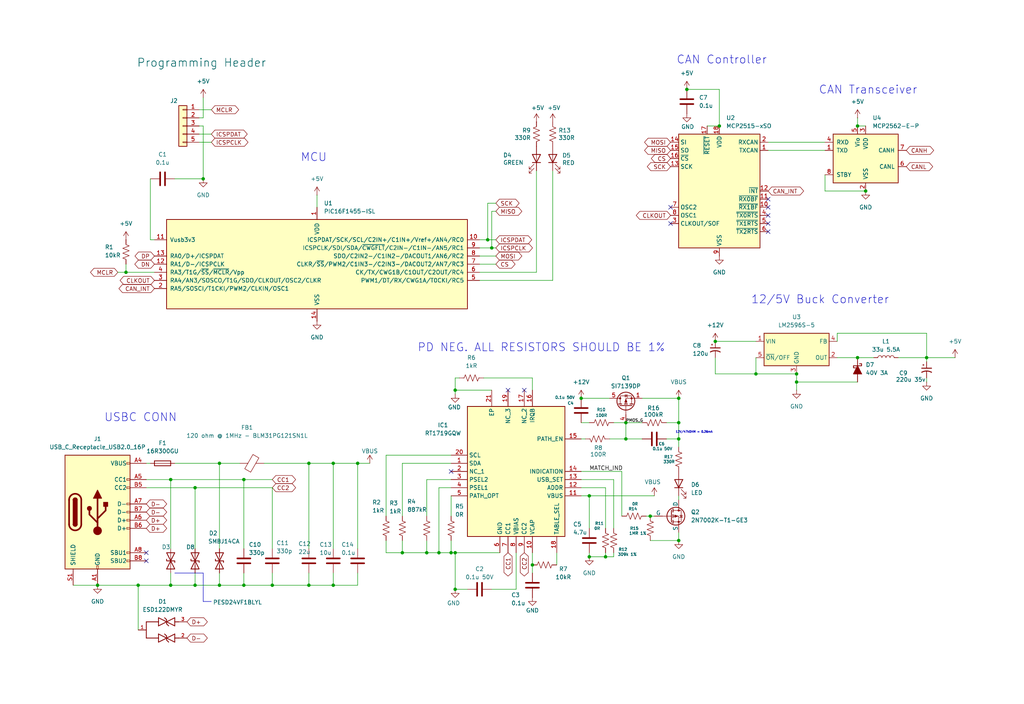
<source format=kicad_sch>
(kicad_sch (version 20250114) (generator "eeschema") (generator_version "9.0")
  (paper "User" 320 220)
  (lib_symbols
    (symbol "Connector:USB_C_Receptacle_USB2.0_16P" (pin_names (offset 1.016))
      (property "Reference" "J" (at 0 22.225 0))
      (property "Value" "USB_C_Receptacle_USB2.0_16P" (at 0 19.685 0))
      (symbol "USB_C_Receptacle_USB2.0_16P_1_1"
        (pin passive line (at -7.62 -22.86 90) (length 5.08) (name "SHIELD") (number "S1"))
        (pin passive line (at 0 -22.86 90) (length 5.08) (name "GND") (number "A1"))
        (pin passive line (at 0 -22.86 90) (length 5.08) (hide yes) (name "GND") (number "A12"))
        (pin passive line (at 0 -22.86 90) (length 5.08) (hide yes) (name "GND") (number "B1"))
        (pin passive line (at 0 -22.86 90) (length 5.08) (hide yes) (name "GND") (number "B12"))
        (pin passive line (at 15.24 15.24 180) (length 5.08) (name "VBUS") (number "A4"))
        (pin passive line (at 15.24 15.24 180) (length 5.08) (hide yes) (name "VBUS") (number "A9"))
        (pin passive line (at 15.24 15.24 180) (length 5.08) (hide yes) (name "VBUS") (number "B4"))
        (pin passive line (at 15.24 15.24 180) (length 5.08) (hide yes) (name "VBUS") (number "B9"))
        (pin bidirectional line (at 15.24 10.16 180) (length 5.08) (name "CC1") (number "A5"))
        (pin bidirectional line (at 15.24 7.62 180) (length 5.08) (name "CC2") (number "B5"))
        (pin bidirectional line (at 15.24 2.54 180) (length 5.08) (name "D-") (number "A7"))
        (pin bidirectional line (at 15.24 0 180) (length 5.08) (name "D-") (number "B7"))
        (pin bidirectional line (at 15.24 -2.54 180) (length 5.08) (name "D+") (number "A6"))
        (pin bidirectional line (at 15.24 -5.08 180) (length 5.08) (name "D+") (number "B6"))
        (pin bidirectional line (at 15.24 -12.7 180) (length 5.08) (name "SBU1") (number "A8"))
        (pin bidirectional line (at 15.24 -15.24 180) (length 5.08) (name "SBU2") (number "B8"))
      )
    )
    (symbol "Connector_Generic:Conn_01x05" (pin_names (offset 1.016) (hide yes))
      (property "Reference" "J" (at 0 7.62 0))
      (property "Value" "Conn_01x05" (at 0 -7.62 0))
      (symbol "Conn_01x05_1_1"
        (pin passive line (at -5.08 5.08 0) (length 3.81) (name "Pin_1") (number "1"))
        (pin passive line (at -5.08 2.54 0) (length 3.81) (name "Pin_2") (number "2"))
        (pin passive line (at -5.08 0 0) (length 3.81) (name "Pin_3") (number "3"))
        (pin passive line (at -5.08 -2.54 0) (length 3.81) (name "Pin_4") (number "4"))
        (pin passive line (at -5.08 -5.08 0) (length 3.81) (name "Pin_5") (number "5"))
      )
    )
    (symbol "Device:C" (pin_numbers (hide yes)) (pin_names (offset 0.254))
      (property "Reference" "C" (at 0.635 2.54 0))
      (property "Value" "C" (at 0.635 -2.54 0))
      (symbol "C_1_1"
        (pin passive line (at 0 3.81 270) (length 2.794) (name "~") (number "1"))
        (pin passive line (at 0 -3.81 90) (length 2.794) (name "~") (number "2"))
      )
    )
    (symbol "Device:C_Polarized_Small_US" (pin_numbers (hide yes)) (pin_names (offset 0.254) (hide yes))
      (property "Reference" "C" (at 0.254 1.778 0))
      (property "Value" "C_Polarized_Small_US" (at 0.254 -2.032 0))
      (symbol "C_Polarized_Small_US_1_1"
        (pin passive line (at 0 2.54 270) (length 2.032) (name "~") (number "1"))
        (pin passive line (at 0 -2.54 90) (length 2.032) (name "~") (number "2"))
      )
    )
    (symbol "Device:D_Schottky_Filled" (pin_numbers (hide yes)) (pin_names (offset 1.016) (hide yes))
      (property "Reference" "D" (at 0 2.54 0))
      (property "Value" "D_Schottky_Filled" (at 0 -2.54 0))
      (symbol "D_Schottky_Filled_1_1"
        (pin passive line (at -3.81 0 0) (length 2.54) (name "K") (number "1"))
        (pin passive line (at 3.81 0 180) (length 2.54) (name "A") (number "2"))
      )
    )
    (symbol "Device:D_TVS" (pin_numbers (hide yes)) (pin_names (offset 1.016) (hide yes))
      (property "Reference" "D" (at 0 2.54 0))
      (property "Value" "D_TVS" (at 0 -2.54 0))
      (symbol "D_TVS_1_1"
        (pin passive line (at -3.81 0 0) (length 2.54) (name "A1") (number "1"))
        (pin passive line (at 3.81 0 180) (length 2.54) (name "A2") (number "2"))
      )
    )
    (symbol "Device:FerriteBead" (pin_numbers (hide yes)) (pin_names (offset 0))
      (property "Reference" "FB" (at -3.81 0.635 90))
      (property "Value" "FerriteBead" (at 3.81 0 90))
      (symbol "FerriteBead_1_1"
        (pin passive line (at 0 3.81 270) (length 2.54) (name "~") (number "1"))
        (pin passive line (at 0 -3.81 90) (length 2.54) (name "~") (number "2"))
      )
    )
    (symbol "Device:Fuse" (pin_numbers (hide yes)) (pin_names (offset 0))
      (property "Reference" "F" (at 2.032 0 90))
      (property "Value" "Fuse" (at -1.905 0 90))
      (symbol "Fuse_1_1"
        (pin passive line (at 0 3.81 270) (length 1.27) (name "~") (number "1"))
        (pin passive line (at 0 -3.81 90) (length 1.27) (name "~") (number "2"))
      )
    )
    (symbol "Device:L" (pin_numbers (hide yes)) (pin_names (offset 1.016) (hide yes))
      (property "Reference" "L" (at -1.27 0 90))
      (property "Value" "L" (at 1.905 0 90))
      (symbol "L_1_1"
        (pin passive line (at 0 3.81 270) (length 1.27) (name "1") (number "1"))
        (pin passive line (at 0 -3.81 90) (length 1.27) (name "2") (number "2"))
      )
    )
    (symbol "Device:LED" (pin_numbers (hide yes)) (pin_names (offset 1.016) (hide yes))
      (property "Reference" "D" (at 0 2.54 0))
      (property "Value" "LED" (at 0 -2.54 0))
      (symbol "LED_1_1"
        (pin passive line (at -3.81 0 0) (length 2.54) (name "K") (number "1"))
        (pin passive line (at 3.81 0 180) (length 2.54) (name "A") (number "2"))
      )
    )
    (symbol "Device:R_US" (pin_numbers (hide yes)) (pin_names (offset 0))
      (property "Reference" "R" (at 2.54 0 90))
      (property "Value" "R_US" (at -2.54 0 90))
      (symbol "R_US_1_1"
        (pin passive line (at 0 3.81 270) (length 1.27) (name "~") (number "1"))
        (pin passive line (at 0 -3.81 90) (length 1.27) (name "~") (number "2"))
      )
    )
    (symbol "Interface_CAN_LIN:MCP2515-xSO"
      (property "Reference" "U3" (at 2.1433 22.86 0))
      (property "Value" "MCP2515-xSO" (at 2.1433 20.32 0))
      (symbol "MCP2515-xSO_1_1"
        (pin input line (at -15.24 15.24 0) (length 2.54) (name "SI") (number "14"))
        (pin output line (at -15.24 12.7 0) (length 2.54) (name "SO") (number "15"))
        (pin input line (at -15.24 10.16 0) (length 2.54) (name "~{CS}") (number "16"))
        (pin input line (at -15.24 7.62 0) (length 2.54) (name "SCK") (number "13"))
        (pin output line (at -15.24 -5.08 0) (length 2.54) (name "OSC2") (number "7"))
        (pin input line (at -15.24 -7.62 0) (length 2.54) (name "OSC1") (number "8"))
        (pin output line (at -15.24 -10.16 0) (length 2.54) (name "CLKOUT/SOF") (number "3"))
        (pin input line (at -3.81 20.32 270) (length 2.54) (name "~{RESET}") (number "17"))
        (pin power_in line (at 0 20.32 270) (length 2.54) (name "VDD") (number "18"))
        (pin power_in line (at 0 -20.32 90) (length 2.54) (name "VSS") (number "9"))
        (pin input line (at 15.24 15.24 180) (length 2.54) (name "RXCAN") (number "2"))
        (pin output line (at 15.24 12.7 180) (length 2.54) (name "TXCAN") (number "1"))
        (pin output line (at 15.24 0 180) (length 2.54) (name "~{INT}") (number "12"))
        (pin output line (at 15.24 -2.54 180) (length 2.54) (name "~{RX0BF}") (number "11"))
        (pin output line (at 15.24 -5.08 180) (length 2.54) (name "~{RX1BF}") (number "10"))
        (pin input line (at 15.24 -7.62 180) (length 2.54) (name "~{TX0RTS}") (number "4"))
        (pin input line (at 15.24 -10.16 180) (length 2.54) (name "~{TX1RTS}") (number "5"))
        (pin input line (at 15.24 -12.7 180) (length 2.54) (name "~{TX2RTS}") (number "6"))
      )
    )
    (symbol "Interface_CAN_LIN:MCP2562-E-P" (pin_names (offset 1.016))
      (property "Reference" "U5" (at 2.1433 12.7 0))
      (property "Value" "MCP2562-E-P" (at 2.1433 10.16 0))
      (symbol "MCP2562-E-P_1_1"
        (pin output line (at -12.7 5.08 0) (length 2.54) (name "RXD") (number "4"))
        (pin input line (at -12.7 2.54 0) (length 2.54) (name "TXD") (number "1"))
        (pin input line (at -12.7 -5.08 0) (length 2.54) (name "STBY") (number "8"))
        (pin power_in line (at -2.54 10.16 270) (length 2.54) (name "Vio") (number "5"))
        (pin power_in line (at 0 10.16 270) (length 2.54) (name "VDD") (number "3"))
        (pin power_in line (at 0 -10.16 90) (length 2.54) (name "VSS") (number "2"))
        (pin bidirectional line (at 12.7 2.54 180) (length 2.54) (name "CANH") (number "7"))
        (pin bidirectional line (at 12.7 -2.54 180) (length 2.54) (name "CANL") (number "6"))
      )
    )
    (symbol "LED_1" (pin_numbers (hide yes)) (pin_names (offset 1.016) (hide yes))
      (property "Reference" "D" (at 0 2.54 0))
      (property "Value" "LED" (at 0 -2.54 0))
      (symbol "LED_1_1_1"
        (pin passive line (at -3.81 0 0) (length 2.54) (name "K") (number "1"))
        (pin passive line (at 3.81 0 180) (length 2.54) (name "A") (number "2"))
      )
    )
    (symbol "MCU_Microchip_PIC16:PIC16F1455-ISL" (pin_names (offset 1.016))
      (property "Reference" "U" (at -46.99 17.78 0))
      (property "Value" "PIC16F1455-ISL" (at -46.99 15.24 0))
      (symbol "PIC16F1455-ISL_1_1"
        (pin bidirectional line (at -50.8 7.62 0) (length 3.81) (name "Vusb3v3") (number "11"))
        (pin bidirectional line (at -50.8 2.54 0) (length 3.81) (name "RA0/D+/ICSPDAT") (number "13"))
        (pin bidirectional line (at -50.8 0 0) (length 3.81) (name "RA1/D-/ICSPCLK") (number "12"))
        (pin input line (at -50.8 -2.54 0) (length 3.81) (name "RA3/T1G/~{SS}/~{MCLR}/Vpp") (number "4"))
        (pin bidirectional line (at -50.8 -5.08 0) (length 3.81) (name "RA4/AN3/SOSCO/T1G/SDO/CLKOUT/OSC2/CLKR") (number "3"))
        (pin bidirectional line (at -50.8 -7.62 0) (length 3.81) (name "RA5/SOSCI/T1CKI/PWM2/CLKIN/OSC1") (number "2"))
        (pin power_in line (at 0 17.78 270) (length 3.81) (name "VDD") (number "1"))
        (pin power_in line (at 0 -17.78 90) (length 3.81) (name "VSS") (number "14"))
        (pin bidirectional line (at 50.8 7.62 180) (length 3.81) (name "ICSPDAT/SCK/SCL/C2IN+/C1IN+/Vref+/AN4/RC0") (number "10"))
        (pin bidirectional line (at 50.8 5.08 180) (length 3.81) (name "ICSPCLK/SDI/SDA/~{CWGFLT}/C2IN-/C1IN-/AN5/RC1") (number "9"))
        (pin bidirectional line (at 50.8 2.54 180) (length 3.81) (name "SDO/C2IN2-/C1IN2-/DACOUT1/AN6/RC2") (number "8"))
        (pin bidirectional line (at 50.8 0 180) (length 3.81) (name "CLKR/~{SS}/PWM2/C1IN3-/C2IN3-/DACOUT2/AN7/RC3") (number "7"))
        (pin bidirectional line (at 50.8 -2.54 180) (length 3.81) (name "CK/TX/CWG1B/C1OUT/C2OUT/RC4") (number "6"))
        (pin bidirectional line (at 50.8 -5.08 180) (length 3.81) (name "PWM1/DT/RX/CWG1A/T0CKI/RC5") (number "5"))
      )
    )
    (symbol "Regulator_Switching:LM2596S-5"
      (property "Reference" "U" (at -10.16 6.35 0))
      (property "Value" "LM2596S-5" (at 0 6.35 0))
      (symbol "LM2596S-5_1_1"
        (pin power_in line (at -12.7 2.54 0) (length 2.54) (name "VIN") (number "1"))
        (pin input line (at -12.7 -2.54 0) (length 2.54) (name "~{ON}/OFF") (number "5"))
        (pin power_in line (at 0 -7.62 90) (length 2.54) (name "GND") (number "3"))
        (pin input line (at 12.7 2.54 180) (length 2.54) (name "FB") (number "4"))
        (pin output line (at 12.7 -2.54 180) (length 2.54) (name "OUT") (number "2"))
      )
    )
    (symbol "Simulation_SPICE:PMOS" (pin_numbers (hide yes)) (pin_names (offset 0))
      (property "Reference" "Q" (at 5.08 1.27 0))
      (property "Value" "PMOS" (at 5.08 -1.27 0))
      (symbol "PMOS_1_1"
        (pin input line (at -5.08 0 0) (length 2.54) (name "G") (number "2"))
        (pin passive line (at 2.54 5.08 270) (length 2.54) (name "D") (number "1"))
        (pin passive line (at 2.54 -5.08 90) (length 2.54) (name "S") (number "3"))
      )
    )
    (symbol "Transistor_FET:Si7141DP" (pin_names (hide yes))
      (property "Reference" "Q" (at 5.08 1.905 0))
      (property "Value" "Si7141DP" (at 5.08 0 0))
      (symbol "Si7141DP_1_1"
        (pin input line (at -5.08 0 0) (length 2.54) (name "G") (number "4"))
        (pin passive line (at 2.54 5.08 270) (length 2.54) (name "D") (number "5"))
        (pin passive line (at 2.54 -5.08 90) (length 2.54) (name "S") (number "1"))
        (pin passive line (at 2.54 -5.08 90) (length 2.54) (hide yes) (name "S") (number "2"))
        (pin passive line (at 2.54 -5.08 90) (length 2.54) (hide yes) (name "S") (number "3"))
      )
    )
    (symbol "eransprojects:ESD122DMYR" (pin_names (offset 1.016))
      (property "Reference" "D" (at -7.62 5.08 0))
      (property "Value" "ESD122DMYR" (at -7.62 -7.62 0))
      (symbol "ESD122DMYR_0_0"
        (pin passive line (at -7.62 2.54 0) (length 2.54) (name "~") (number "2"))
        (pin passive line (at -7.62 -2.54 0) (length 2.54) (name "~") (number "3"))
        (pin power_in line (at 7.62 0 180) (length 2.54) (name "~") (number "1"))
      )
    )
    (symbol "eransprojects:RT1719GQW"
      (property "Reference" "IC1" (at -2.54 11.938 0))
      (property "Value" "RT1719GQW" (at -2.54 9.398 0))
      (symbol "RT1719GQW_1_1"
        (pin passive line (at 0 2.54 0) (length 5.08) (name "SCL") (number "20"))
        (pin passive line (at 0 0 0) (length 5.08) (name "SDA") (number "1"))
        (pin passive line (at 0 -2.54 0) (length 5.08) (name "NC_1") (number "2"))
        (pin passive line (at 0 -5.08 0) (length 5.08) (name "PSEL2") (number "3"))
        (pin passive line (at 0 -7.62 0) (length 5.08) (name "PSEL1") (number "4"))
        (pin passive line (at 0 -10.16 0) (length 5.08) (name "PATH_OPT") (number "5"))
        (pin passive line (at 12.7 22.86 270) (length 5.08) (name "EP") (number "21"))
        (pin passive line (at 15.24 -27.94 90) (length 5.08) (name "GND") (number "6"))
        (pin passive line (at 17.78 22.86 270) (length 5.08) (name "NC_3") (number "19"))
        (pin passive line (at 17.78 -27.94 90) (length 5.08) (name "CC1") (number "7"))
        (pin passive line (at 20.32 -27.94 90) (length 5.08) (name "VBIAS") (number "8"))
        (pin passive line (at 22.86 22.86 270) (length 5.08) (name "NC_2") (number "17"))
        (pin passive line (at 22.86 -27.94 90) (length 5.08) (name "CC2") (number "9"))
        (pin passive line (at 25.4 22.86 270) (length 5.08) (name "IRQB") (number "16"))
        (pin passive line (at 25.4 -27.94 90) (length 5.08) (name "VCAP") (number "10"))
        (pin passive line (at 33.02 -27.94 90) (length 5.08) (name "TABLE_SEL") (number "18"))
        (pin passive line (at 40.64 7.62 180) (length 5.08) (name "PATH_EN") (number "15"))
        (pin passive line (at 40.64 -2.54 180) (length 5.08) (name "INDICATION") (number "14"))
        (pin passive line (at 40.64 -5.08 180) (length 5.08) (name "USB_SET") (number "13"))
        (pin passive line (at 40.64 -7.62 180) (length 5.08) (name "ADDR") (number "12"))
        (pin passive line (at 40.64 -10.16 180) (length 5.08) (name "VBUS") (number "11"))
      )
    )
    (symbol "power:+12V" (power) (pin_numbers (hide yes)) (pin_names (offset 0) (hide yes))
      (property "Value" "+12V" (at 0 3.556 0))
      (symbol "+12V_1_1"
        (pin power_in line (at 0 0 90) (length 0) (name "~") (number "1"))
      )
    )
    (symbol "power:+5V" (power) (pin_numbers (hide yes)) (pin_names (offset 0) (hide yes))
      (property "Value" "+5V" (at 0 3.556 0))
      (symbol "+5V_1_1"
        (pin power_in line (at 0 0 90) (length 0) (name "~") (number "1"))
      )
    )
    (symbol "power:GND" (power) (pin_numbers (hide yes)) (pin_names (offset 0) (hide yes))
      (property "Value" "GND" (at 0 -3.81 0))
      (symbol "GND_1_1"
        (pin power_in line (at 0 0 270) (length 0) (name "~") (number "1"))
      )
    )
    (symbol "power:VBUS" (power) (pin_numbers (hide yes)) (pin_names (offset 0) (hide yes))
      (property "Value" "VBUS" (at 0 3.556 0))
      (symbol "VBUS_1_1"
        (pin power_in line (at 0 0 90) (length 0) (name "~") (number "1"))
      )
    )
  )
  (text "CAN Transceiver\n" (at 271.272 28.194 0) (effects (font (size 2.54 2.54))))
  (text "12/5V Buck Converter" (at 256.286 93.726 0) (effects (font (size 2.54 2.54))))
  (text "PD NEG. ALL RESISTORS SHOULD BE 1%\n" (at 169.164 108.712 0) (effects (font (size 2.54 2.54))))
  (text "CAN Controller" (at 225.552 18.796 0) (effects (font (size 2.54 2.54))))
  (text "USBC CONN\n" (at 43.942 130.556 0) (effects (font (size 2.54 2.54))))
  (text "12V/47kOHM = 0.26mA" (at 216.916 135.128 0) (effects (font (size 0.635 0.635))))
  (text "MCU\n" (at 98.044 49.276 0) (effects (font (size 2.54 2.54))))
  (junction (at 195.58 132.08))
  (junction (at 142.24 172.72))
  (junction (at 133.35 172.72))
  (junction (at 125.73 172.72))
  (junction (at 248.92 119.38))
  (junction (at 96.52 182.88))
  (junction (at 140.97 172.72))
  (junction (at 212.09 168.91))
  (junction (at 153.67 77.47))
  (junction (at 53.34 182.88))
  (junction (at 111.76 144.78))
  (junction (at 30.48 182.88))
  (junction (at 189.23 173.99))
  (junction (at 68.58 144.78))
  (junction (at 289.56 111.76))
  (junction (at 76.2 149.86))
  (junction (at 212.09 124.46))
  (junction (at 137.16 172.72))
  (junction (at 214.63 27.94))
  (junction (at 39.37 85.09))
  (junction (at 203.2 161.29))
  (junction (at 212.09 132.08))
  (junction (at 63.5 55.88))
  (junction (at 184.15 173.99))
  (junction (at 104.14 182.88))
  (junction (at 166.37 176.53))
  (junction (at 142.24 184.15))
  (junction (at 270.51 59.69))
  (junction (at 142.24 121.92))
  (junction (at 96.52 144.78))
  (junction (at 267.97 111.76))
  (junction (at 181.61 124.46))
  (junction (at 152.4 74.93))
  (junction (at 76.2 182.88))
  (junction (at 60.96 152.4))
  (junction (at 223.52 106.68))
  (junction (at 224.79 39.37))
  (junction (at 195.58 137.16))
  (junction (at 43.18 182.88))
  (junction (at 53.34 149.86))
  (junction (at 212.09 137.16))
  (junction (at 104.14 144.78))
  (junction (at 68.58 182.88))
  (junction (at 60.96 182.88))
  (junction (at 267.97 39.37))
  (junction (at 85.09 182.88))
  (junction (at 236.22 116.84))
  (junction (at 248.92 116.84))
  (junction (at 184.15 154.94))
  (no_connect (at 45.72 172.72))
  (no_connect (at 240.03 67.31))
  (no_connect (at 158.75 121.92))
  (no_connect (at 45.72 175.26))
  (no_connect (at 240.03 64.77))
  (no_connect (at 163.83 121.92))
  (no_connect (at 240.03 62.23))
  (no_connect (at 209.55 69.85))
  (no_connect (at 240.03 69.85))
  (no_connect (at 240.03 72.39))
  (no_connect (at 209.55 64.77))
  (no_connect (at 140.97 147.32))
  (wire (pts (xy 133.35 172.72) (xy 137.16 172.72)))
  (wire (pts (xy 194.31 147.32) (xy 194.31 161.29)))
  (wire (pts (xy 212.09 137.16) (xy 212.09 139.7)))
  (wire (pts (xy 143.51 118.11) (xy 142.24 118.11)))
  (wire (pts (xy 195.58 132.08) (xy 200.66 132.08)))
  (wire (pts (xy 154.94 74.93) (xy 152.4 74.93)))
  (wire (pts (xy 111.76 144.78) (xy 115.57 144.78)))
  (wire (pts (xy 53.34 149.86) (xy 45.72 149.86)))
  (wire (pts (xy 62.23 39.37) (xy 63.5 39.37)))
  (wire (pts (xy 142.24 184.15) (xy 146.05 184.15)))
  (wire (pts (xy 137.16 172.72) (xy 140.97 172.72)))
  (wire (pts (xy 267.97 111.76) (xy 273.05 111.76)))
  (wire (pts (xy 46.99 144.78) (xy 45.72 144.78)))
  (wire (pts (xy 153.67 184.15) (xy 161.29 184.15)))
  (wire (pts (xy 214.63 27.94) (xy 224.79 27.94)))
  (wire (pts (xy 62.23 36.83) (xy 63.5 36.83)))
  (wire (pts (xy 53.34 179.07) (xy 53.34 182.88)))
  (wire (pts (xy 173.99 172.72) (xy 173.99 176.53)))
  (wire (pts (xy 248.92 119.38) (xy 267.97 119.38)))
  (wire (pts (xy 82.55 144.78) (xy 96.52 144.78)))
  (wire (pts (xy 167.64 85.09) (xy 149.86 85.09)))
  (wire (pts (xy 240.03 46.99) (xy 257.81 46.99)))
  (wire (pts (xy 39.37 85.09) (xy 48.26 85.09)))
  (wire (pts (xy 133.35 168.91) (xy 133.35 172.72)))
  (wire (pts (xy 85.09 152.4) (xy 85.09 171.45)))
  (wire (pts (xy 149.86 87.63) (xy 172.72 87.63)))
  (wire (pts (xy 195.58 132.08) (xy 195.58 137.16)))
  (wire (pts (xy 53.34 182.88) (xy 60.96 182.88)))
  (wire (pts (xy 142.24 118.11) (xy 142.24 121.92)))
  (wire (pts (xy 261.62 104.14) (xy 289.56 104.14)))
  (wire (pts (xy 191.77 149.86) (xy 191.77 165.1)))
  (wire (pts (xy 60.96 152.4) (xy 85.09 152.4)))
  (wire (pts (xy 68.58 182.88) (xy 76.2 182.88)))
  (wire (pts (xy 54.61 55.88) (xy 63.5 55.88)))
  (wire (pts (xy 125.73 144.78) (xy 140.97 144.78)))
  (wire (pts (xy 223.52 111.76) (xy 223.52 116.84)))
  (wire (pts (xy 261.62 104.14) (xy 261.62 106.68)))
  (wire (pts (xy 60.96 179.07) (xy 60.96 182.88)))
  (wire (pts (xy 74.93 144.78) (xy 68.58 144.78)))
  (wire (pts (xy 181.61 124.46) (xy 190.5 124.46)))
  (wire (pts (xy 289.56 118.11) (xy 289.56 119.38)))
  (wire (pts (xy 223.52 106.68) (xy 236.22 106.68)))
  (wire (pts (xy 104.14 182.88) (xy 96.52 182.88)))
  (wire (pts (xy 53.34 149.86) (xy 53.34 171.45)))
  (wire (pts (xy 85.09 182.88) (xy 76.2 182.88)))
  (wire (pts (xy 46.99 55.88) (xy 46.99 74.93)))
  (wire (pts (xy 201.93 161.29) (xy 203.2 161.29)))
  (wire (pts (xy 154.94 82.55) (xy 149.86 82.55)))
  (wire (pts (xy 184.15 173.99) (xy 184.15 172.72)))
  (wire (pts (xy 60.96 182.88) (xy 68.58 182.88)))
  (wire (pts (xy 85.09 179.07) (xy 85.09 182.88)))
  (wire (pts (xy 133.35 149.86) (xy 140.97 149.86)))
  (wire (pts (xy 191.77 132.08) (xy 195.58 132.08)))
  (wire (pts (xy 66.04 44.45) (xy 62.23 44.45)))
  (wire (pts (xy 125.73 172.72) (xy 133.35 172.72)))
  (wire (pts (xy 184.15 154.94) (xy 204.47 154.94)))
  (wire (pts (xy 104.14 179.07) (xy 104.14 182.88)))
  (wire (pts (xy 76.2 149.86) (xy 76.2 171.45)))
  (wire (pts (xy 96.52 144.78) (xy 104.14 144.78)))
  (wire (pts (xy 184.15 154.94) (xy 184.15 165.1)))
  (wire (pts (xy 212.09 168.91) (xy 212.09 166.37)))
  (wire (pts (xy 181.61 152.4) (xy 189.23 152.4)))
  (wire (pts (xy 191.77 173.99) (xy 189.23 173.99)))
  (wire (pts (xy 154.94 77.47) (xy 153.67 77.47)))
  (wire (pts (xy 257.81 54.61) (xy 257.81 59.69)))
  (wire (pts (xy 190.5 137.16) (xy 195.58 137.16)))
  (wire (pts (xy 140.97 142.24) (xy 120.65 142.24)))
  (wire (pts (xy 111.76 182.88) (xy 104.14 182.88)))
  (wire (pts (xy 142.24 172.72) (xy 142.24 184.15)))
  (wire (pts (xy 267.97 36.83) (xy 267.97 39.37)))
  (wire (pts (xy 289.56 104.14) (xy 289.56 111.76)))
  (wire (pts (xy 142.24 121.92) (xy 142.24 123.19)))
  (wire (pts (xy 280.67 111.76) (xy 289.56 111.76)))
  (wire (pts (xy 125.73 168.91) (xy 125.73 172.72)))
  (wire (pts (xy 212.09 137.16) (xy 212.09 132.08)))
  (wire (pts (xy 184.15 173.99) (xy 189.23 173.99)))
  (polyline (pts (xy 54.61 179.07) (xy 63.5 179.07)))
  (wire (pts (xy 60.96 152.4) (xy 45.72 152.4)))
  (wire (pts (xy 140.97 152.4) (xy 137.16 152.4)))
  (wire (pts (xy 167.64 53.34) (xy 167.64 85.09)))
  (wire (pts (xy 248.92 119.38) (xy 248.92 116.84)))
  (wire (pts (xy 43.18 182.88) (xy 53.34 182.88)))
  (wire (pts (xy 85.09 182.88) (xy 96.52 182.88)))
  (wire (pts (xy 152.4 74.93) (xy 152.4 63.5)))
  (wire (pts (xy 152.4 74.93) (xy 149.86 74.93)))
  (wire (pts (xy 224.79 27.94) (xy 224.79 39.37)))
  (wire (pts (xy 22.86 182.88) (xy 30.48 182.88)))
  (wire (pts (xy 161.29 172.72) (xy 161.29 184.15)))
  (wire (pts (xy 261.62 111.76) (xy 267.97 111.76)))
  (wire (pts (xy 140.97 172.72) (xy 142.24 172.72)))
  (wire (pts (xy 140.97 168.91) (xy 140.97 172.72)))
  (wire (pts (xy 166.37 172.72) (xy 166.37 176.53)))
  (wire (pts (xy 30.48 182.88) (xy 43.18 182.88)))
  (wire (pts (xy 120.65 142.24) (xy 120.65 161.29)))
  (wire (pts (xy 212.09 124.46) (xy 200.66 124.46)))
  (wire (pts (xy 191.77 172.72) (xy 191.77 173.99)))
  (wire (pts (xy 63.5 30.48) (xy 63.5 36.83)))
  (wire (pts (xy 68.58 179.07) (xy 68.58 182.88)))
  (wire (pts (xy 267.97 39.37) (xy 270.51 39.37)))
  (wire (pts (xy 120.65 168.91) (xy 120.65 172.72)))
  (wire (pts (xy 153.67 77.47) (xy 153.67 66.04)))
  (wire (pts (xy 153.67 77.47) (xy 149.86 77.47)))
  (wire (pts (xy 203.2 161.29) (xy 204.47 161.29)))
  (wire (pts (xy 140.97 154.94) (xy 140.97 161.29)))
  (wire (pts (xy 43.18 196.85) (xy 43.18 182.88)))
  (wire (pts (xy 153.67 66.04) (xy 154.94 66.04)))
  (wire (pts (xy 212.09 124.46) (xy 212.09 132.08)))
  (wire (pts (xy 248.92 121.92) (xy 248.92 119.38)))
  (wire (pts (xy 220.98 39.37) (xy 224.79 39.37)))
  (wire (pts (xy 152.4 63.5) (xy 154.94 63.5)))
  (wire (pts (xy 99.06 60.96) (xy 99.06 64.77)))
  (wire (pts (xy 39.37 82.55) (xy 39.37 85.09)))
  (wire (pts (xy 203.2 168.91) (xy 212.09 168.91)))
  (wire (pts (xy 66.04 41.91) (xy 62.23 41.91)))
  (wire (pts (xy 181.61 132.08) (xy 184.15 132.08)))
  (wire (pts (xy 189.23 152.4) (xy 189.23 165.1)))
  (wire (pts (xy 120.65 172.72) (xy 125.73 172.72)))
  (wire (pts (xy 137.16 152.4) (xy 137.16 172.72)))
  (wire (pts (xy 142.24 172.72) (xy 156.21 172.72)))
  (wire (pts (xy 248.92 116.84) (xy 236.22 116.84)))
  (wire (pts (xy 172.72 87.63) (xy 172.72 53.34)))
  (wire (pts (xy 257.81 59.69) (xy 270.51 59.69)))
  (wire (pts (xy 96.52 179.07) (xy 96.52 182.88)))
  (wire (pts (xy 76.2 149.86) (xy 85.09 149.86)))
  (wire (pts (xy 166.37 118.11) (xy 166.37 121.92)))
  (wire (pts (xy 111.76 171.45) (xy 111.76 144.78)))
  (wire (pts (xy 289.56 113.03) (xy 289.56 111.76)))
  (wire (pts (xy 208.28 137.16) (xy 212.09 137.16)))
  (wire (pts (xy 154.94 80.01) (xy 149.86 80.01)))
  (wire (pts (xy 151.13 118.11) (xy 166.37 118.11)))
  (wire (pts (xy 189.23 173.99) (xy 189.23 172.72)))
  (wire (pts (xy 153.67 121.92) (xy 142.24 121.92)))
  (wire (pts (xy 223.52 116.84) (xy 236.22 116.84)))
  (wire (pts (xy 46.99 74.93) (xy 48.26 74.93)))
  (wire (pts (xy 181.61 154.94) (xy 184.15 154.94)))
  (wire (pts (xy 236.22 116.84) (xy 236.22 111.76)))
  (wire (pts (xy 212.09 156.21) (xy 212.09 154.94)))
  (polyline (pts (xy 63.5 187.96) (xy 66.04 187.96)))
  (wire (pts (xy 289.56 111.76) (xy 298.45 111.76)))
  (wire (pts (xy 181.61 149.86) (xy 191.77 149.86)))
  (wire (pts (xy 181.61 147.32) (xy 194.31 147.32)))
  (wire (pts (xy 104.14 144.78) (xy 111.76 144.78)))
  (wire (pts (xy 68.58 144.78) (xy 68.58 171.45)))
  (wire (pts (xy 60.96 152.4) (xy 60.96 171.45)))
  (wire (pts (xy 66.04 34.29) (xy 62.23 34.29)))
  (wire (pts (xy 133.35 149.86) (xy 133.35 161.29)))
  (wire (pts (xy 36.83 85.09) (xy 39.37 85.09)))
  (polyline (pts (xy 63.5 179.07) (xy 63.5 187.96)))
  (wire (pts (xy 111.76 179.07) (xy 111.76 182.88)))
  (wire (pts (xy 96.52 171.45) (xy 96.52 144.78)))
  (wire (pts (xy 104.14 171.45) (xy 104.14 144.78)))
  (wire (pts (xy 166.37 176.53) (xy 166.37 179.07)))
  (wire (pts (xy 76.2 179.07) (xy 76.2 182.88)))
  (wire (pts (xy 63.5 39.37) (xy 63.5 55.88)))
  (wire (pts (xy 181.61 137.16) (xy 182.88 137.16)))
  (wire (pts (xy 54.61 144.78) (xy 68.58 144.78)))
  (wire (pts (xy 125.73 161.29) (xy 125.73 144.78)))
  (wire (pts (xy 195.58 137.16) (xy 200.66 137.16)))
  (wire (pts (xy 76.2 149.86) (xy 53.34 149.86)))
  (wire (pts (xy 212.09 132.08) (xy 208.28 132.08)))
  (wire (pts (xy 240.03 44.45) (xy 257.81 44.45)))
  (label "PMOS_G" (at 195.58 132.08 0) (effects (font (size 0.889 0.889))))
  (label "MATCH_IND" (at 184.15 147.32 0))
  (global_label "D+" (shape bidirectional) (at 58.42 194.31 0) (property "Intersheetrefs" "${INTERSHEET_REFS}" (effects (hide yes))))
  (global_label "CANH" (shape bidirectional) (at 283.21 46.99 0) (property "Intersheetrefs" "${INTERSHEET_REFS}" (effects (hide yes))))
  (global_label "ICSPCLK" (shape bidirectional) (at 154.94 77.47 0) (property "Intersheetrefs" "${INTERSHEET_REFS}" (effects (hide yes))))
  (global_label "ICSPCLK" (shape bidirectional) (at 66.04 44.45 0) (property "Intersheetrefs" "${INTERSHEET_REFS}" (effects (hide yes))))
  (global_label "SCK" (shape bidirectional) (at 154.94 63.5 0) (property "Intersheetrefs" "${INTERSHEET_REFS}" (effects (hide yes))))
  (global_label "CLKOUT" (shape bidirectional) (at 209.55 67.31 180) (property "Intersheetrefs" "${INTERSHEET_REFS}" (effects (hide yes))))
  (global_label "CC1" (shape bidirectional) (at 158.75 172.72 270) (property "Intersheetrefs" "${INTERSHEET_REFS}" (effects (hide yes))))
  (global_label "CLKOUT" (shape bidirectional) (at 48.26 87.63 180) (property "Intersheetrefs" "${INTERSHEET_REFS}" (effects (hide yes))))
  (global_label "D-" (shape bidirectional) (at 45.72 157.48 0) (property "Intersheetrefs" "${INTERSHEET_REFS}" (effects (hide yes))))
  (global_label "MISO" (shape bidirectional) (at 154.94 66.04 0) (property "Intersheetrefs" "${INTERSHEET_REFS}" (effects (hide yes))))
  (global_label "D-" (shape bidirectional) (at 45.72 160.02 0) (property "Intersheetrefs" "${INTERSHEET_REFS}" (effects (hide yes))))
  (global_label "CS" (shape bidirectional) (at 154.94 82.55 0) (property "Intersheetrefs" "${INTERSHEET_REFS}" (effects (hide yes))))
  (global_label "CAN_INT" (shape bidirectional) (at 240.03 59.69 0) (property "Intersheetrefs" "${INTERSHEET_REFS}" (effects (hide yes))))
  (global_label "CANL" (shape bidirectional) (at 283.21 52.07 0) (property "Intersheetrefs" "${INTERSHEET_REFS}" (effects (hide yes))))
  (global_label "D+" (shape bidirectional) (at 45.72 165.1 0) (property "Intersheetrefs" "${INTERSHEET_REFS}" (effects (hide yes))))
  (global_label "DP" (shape bidirectional) (at 48.26 80.01 180) (property "Intersheetrefs" "${INTERSHEET_REFS}" (effects (hide yes))))
  (global_label "CS" (shape bidirectional) (at 209.55 49.53 180) (property "Intersheetrefs" "${INTERSHEET_REFS}" (effects (hide yes))))
  (global_label "SCK" (shape bidirectional) (at 209.55 52.07 180) (property "Intersheetrefs" "${INTERSHEET_REFS}" (effects (hide yes))))
  (global_label "ICSPDAT" (shape bidirectional) (at 154.94 74.93 0) (property "Intersheetrefs" "${INTERSHEET_REFS}" (effects (hide yes))))
  (global_label "MCLR" (shape bidirectional) (at 66.04 34.29 0) (property "Intersheetrefs" "${INTERSHEET_REFS}" (effects (hide yes))))
  (global_label "CC1" (shape bidirectional) (at 85.09 149.86 0) (property "Intersheetrefs" "${INTERSHEET_REFS}" (effects (hide yes))))
  (global_label "ICSPDAT" (shape bidirectional) (at 66.04 41.91 0) (property "Intersheetrefs" "${INTERSHEET_REFS}" (effects (hide yes))))
  (global_label "CC2" (shape bidirectional) (at 85.09 152.4 0) (property "Intersheetrefs" "${INTERSHEET_REFS}" (effects (hide yes))))
  (global_label "CAN_INT" (shape bidirectional) (at 48.26 90.17 180) (property "Intersheetrefs" "${INTERSHEET_REFS}" (effects (hide yes))))
  (global_label "MOSI" (shape bidirectional) (at 154.94 80.01 0) (property "Intersheetrefs" "${INTERSHEET_REFS}" (effects (hide yes))))
  (global_label "MCLR" (shape bidirectional) (at 36.83 85.09 180) (property "Intersheetrefs" "${INTERSHEET_REFS}" (effects (hide yes))))
  (global_label "D+" (shape bidirectional) (at 45.72 162.56 0) (property "Intersheetrefs" "${INTERSHEET_REFS}" (effects (hide yes))))
  (global_label "D-" (shape bidirectional) (at 58.42 199.39 0) (property "Intersheetrefs" "${INTERSHEET_REFS}" (effects (hide yes))))
  (global_label "CC2" (shape bidirectional) (at 163.83 172.72 270) (property "Intersheetrefs" "${INTERSHEET_REFS}" (effects (hide yes))))
  (global_label "MISO" (shape bidirectional) (at 209.55 46.99 180) (property "Intersheetrefs" "${INTERSHEET_REFS}" (effects (hide yes))))
  (global_label "MOSI" (shape bidirectional) (at 209.55 44.45 180) (property "Intersheetrefs" "${INTERSHEET_REFS}" (effects (hide yes))))
  (global_label "DN" (shape bidirectional) (at 48.26 82.55 180) (property "Intersheetrefs" "${INTERSHEET_REFS}" (effects (hide yes))))
  (symbol (lib_id "Device:R_US") (at 172.72 41.91 0) (unit 1)
    (property "Reference" "R13" (at 174.498 40.7416 0) (effects (justify left)))
    (property "Value" "330R" (at 174.498 43.053 0) (effects (justify left)))
    (property "Footprint" "Resistor_SMD:R_0805_2012Metric_Pad1.20x1.40mm_HandSolder" (effects (hide yes)))
  )
  (symbol (lib_id "Device:LED") (at 172.72 49.53 90) (unit 1)
    (property "Reference" "D5" (at 175.6918 48.5648 90) (effects (justify right)))
    (property "Value" "RED" (at 175.6918 50.8762 90) (effects (justify right)))
    (property "Footprint" "LED_SMD:LED_1206_3216Metric_Pad1.42x1.75mm_HandSolder" (effects (hide yes)))
  )
  (symbol (lib_id "Device:C") (at 184.15 168.91 0) (unit 1)
    (property "Reference" "C5" (at 179.07 163.83 0) (effects (justify left)))
    (property "Value" "4.7u" (at 179.07 166.37 0) (effects (justify left)))
    (property "Description" "Unpolarized capacitor" (effects (hide yes)))
  )
  (symbol (lib_id "eransprojects:RT1719GQW") (at 140.97 144.78 0) (unit 1)
    (property "Reference" "IC1" (at 138.43 132.842 0))
    (property "Value" "RT1719GQW" (at 138.43 135.382 0))
    (property "Footprint" "eransprojects:QFN50P350X350X80-21N-D" (effects (hide yes)))
    (property "Datasheet" "https://www.digikey.cn/en/products/detail/richtek-usa-inc/RT1719GQW/16732468" (effects (hide yes)))
    (property "Description" "USB Interface IC Sink Only USB Type-C PD Controller" (effects (hide yes)))
    (property "Height" "0.8" (effects (hide yes)))
    (property "Manufacturer_Name" "RICHTEK" (effects (hide yes)))
    (property "Manufacturer_Part_Number" "RT1719GQW" (effects (hide yes)))
    (property "Part Number" "RT1719GQW" (effects (hide yes)))
  )
  (symbol (lib_id "MCU_Microchip_PIC16:PIC16F1455-ISL") (at 99.06 82.55 0) (unit 1)
    (property "Reference" "U1" (at 101.2033 63.5 0) (effects (justify left)))
    (property "Value" "PIC16F1455-ISL" (at 101.2033 66.04 0) (effects (justify left)))
    (property "Datasheet" "http://ww1.microchip.com/downloads/en/DeviceDoc/41639A.pdf" (effects (hide yes)))
    (property "Description" "PIC16F1454, 8192W FLASH, 1024B SRAM, PDIP-14" (effects (hide yes)))
    (property "Part Number" "PIC16F1455-I/SL" (effects (hide yes)))
  )
  (symbol (lib_id "Device:R_US") (at 120.65 165.1 0) (unit 1)
    (property "Reference" "R2" (at 116.332 156.972 0) (effects (justify left)))
    (property "Value" "1kR" (at 116.332 159.512 0) (effects (justify left)))
    (property "Description" "Resistor, US symbol" (effects (hide yes)))
  )
  (symbol (lib_id "Device:FerriteBead") (at 78.74 144.78 90) (unit 1)
    (property "Reference" "FB1" (at 77.216 133.604 90))
    (property "Value" "120 ohm @ 1MHz - BLM31PG121SN1L" (at 77.216 136.144 90))
    (property "Description" "Ferrite bead" (effects (hide yes)))
  )
  (symbol (lib_id "power:GND") (at 142.24 184.15 0) (unit 1)
    (property "Reference" "#PWR09" (effects (hide yes)))
    (property "Value" "GND" (at 141.732 188.468 0))
    (property "Description" "Power symbol creates a global label with name \"GND\" , ground" (effects (hide yes)))
  )
  (symbol (lib_id "Connector:USB_C_Receptacle_USB2.0_16P") (at 30.48 160.02 0) (unit 1)
    (property "Reference" "J1" (at 30.48 137.16 0))
    (property "Value" "USB_C_Receptacle_USB2.0_16P" (at 30.48 139.7 0))
    (property "Datasheet" "https://www.digikey.ca/en/products/detail/gct/USB4105-GF-A/11198441" (effects (hide yes)))
    (property "Description" "USB 2.0-only 16P Type-C Receptacle connector" (effects (hide yes)))
    (property "Part Number" "USB4105-GF-A" (effects (hide yes)))
  )
  (symbol (lib_id "Device:D_TVS") (at 53.34 175.26 90) (unit 1)
    (property "Reference" "D3" (at 50.546 170.942 90) (effects (justify right)))
    (property "Value" "PESD24VF1BLYL" (effects (hide yes)))
    (property "Footprint" "Diode_SMD:D_SOD-882" (effects (hide yes)))
    (property "Datasheet" "https://www.digikey.com/en/products/detail/nexperia-usa-inc/PESD24VF1BLYL/4843312" (effects (hide yes)))
    (property "Description" "Bidirectional transient-voltage-suppression diode" (effects (hide yes)))
    (property "Part Number" "PESD24VF1BLYL" (effects (hide yes)))
  )
  (symbol (lib_id "Device:L") (at 276.86 111.76 90) (unit 1)
    (property "Reference" "L1" (at 276.86 106.68 90))
    (property "Value" "33u 5.5A" (at 276.86 109.22 90))
    (property "Footprint" "eransprojects:WE-HCI_1365" (effects (hide yes)))
    (property "Datasheet" "https://www.digikey.ca/en/products/detail/w%C3%BCrth-elektronik/7443551331/3315076?s=N4IgTCBcDaIOwBYEGYCsqCMzkZAXQF8g" (effects (hide yes)))
    (property "Description" "Inductor" (effects (hide yes)))
    (property "Part Number" "7443551331" (effects (hide yes)))
  )
  (symbol (lib_id "Device:C") (at 204.47 137.16 90) (unit 1)
    (property "Reference" "C6" (at 206.756 138.684 90) (effects (font (size 0.889 0.889))))
    (property "Value" "0.1u 50V" (at 207.01 140.208 90) (effects (font (size 0.889 0.889))))
    (property "Description" "Unpolarized capacitor" (effects (hide yes)))
  )
  (symbol (lib_id "Connector_Generic:Conn_01x05") (at 57.15 39.37 0) (mirror y) (unit 1)
    (property "Reference" "J2" (at 54.356 31.496 0))
    (property "Value" "Programming Header" (at 62.992 19.558 0) (effects (font (size 2.54 2.54))))
    (property "Footprint" "canhw_footprints:PinSocket_5x2.54_SMD_90deg_952-3198-1-ND" (effects (hide yes)))
  )
  (symbol (lib_id "Device:R_US") (at 147.32 118.11 90) (unit 1)
    (property "Reference" "R6" (at 147.32 111.76 90))
    (property "Value" "1kR" (at 147.32 114.3 90))
    (property "Description" "Resistor, US symbol" (effects (hide yes)))
  )
  (symbol (lib_id "Device:R_US") (at 186.69 137.16 270) (mirror x) (unit 1)
    (property "Reference" "R8" (at 186.944 139.954 90))
    (property "Value" "100R" (at 186.944 141.986 90))
    (property "Description" "Resistor, US symbol" (effects (hide yes)))
  )
  (symbol (lib_id "Device:R_US") (at 191.77 168.91 180) (unit 1)
    (property "Reference" "R12" (at 193.294 171.704 0) (effects (font (size 0.889 0.889)) (justify right)))
    (property "Value" "309k 1%" (at 193.04 173.228 0) (effects (font (size 0.889 0.889)) (justify right)))
    (property "Description" "Resistor, US symbol" (effects (hide yes)))
  )
  (symbol (lib_id "power:VBUS") (at 212.09 124.46 0) (mirror y) (unit 1)
    (property "Reference" "#PWR016" (effects (hide yes)))
    (property "Value" "VBUS" (at 212.09 119.38 0))
    (property "Description" "Power symbol creates a global label with name \"VBUS\"" (effects (hide yes)))
  )
  (symbol (lib_id "power:+12V") (at 181.61 124.46 0) (unit 1)
    (property "Reference" "#PWR011" (effects (hide yes)))
    (property "Value" "+12V" (at 181.61 119.38 0))
    (property "Description" "Power symbol creates a global label with name \"+12V\"" (effects (hide yes)))
  )
  (symbol (lib_id "Device:D_Schottky_Filled") (at 267.97 115.57 270) (unit 1)
    (property "Reference" "D7" (at 270.51 113.9824 90) (effects (justify left)))
    (property "Value" "40V 3A" (at 270.51 116.5224 90) (effects (justify left)))
    (property "Footprint" "Diode_SMD:D_SMA" (effects (hide yes)))
    (property "Datasheet" "https://www.digikey.com/en/products/detail/diodes-incorporated/B340LA-13-F/768769" (effects (hide yes)))
    (property "Description" "Schottky diode, filled shape" (effects (hide yes)))
    (property "Part Number" "B340LA-13-F" (effects (hide yes)))
  )
  (symbol (lib_id "Device:R_US") (at 140.97 165.1 0) (unit 1)
    (property "Reference" "R5" (at 142.24 158.242 0) (effects (justify left)))
    (property "Value" "0R" (at 142.24 160.782 0) (effects (justify left)))
    (property "Description" "Resistor, US symbol" (effects (hide yes)))
  )
  (symbol (lib_id "Device:R_US") (at 170.18 176.53 90) (unit 1)
    (property "Reference" "R7" (at 176.022 177.8 90))
    (property "Value" "10kR" (at 176.022 180.34 90))
    (property "Description" "Resistor, US symbol" (effects (hide yes)))
  )
  (symbol (lib_id "power:GND") (at 63.5 55.88 0) (unit 1)
    (property "Reference" "#PWR04" (effects (hide yes)))
    (property "Value" "GND" (at 63.5 60.96 0))
    (property "Description" "Power symbol creates a global label with name \"GND\" , ground" (effects (hide yes)))
  )
  (symbol (lib_id "Device:C") (at 166.37 182.88 0) (unit 1)
    (property "Reference" "C3" (at 159.766 185.928 0) (effects (justify left)))
    (property "Value" "0.1u" (at 159.766 188.468 0) (effects (justify left)))
    (property "Description" "Unpolarized capacitor" (effects (hide yes)))
  )
  (symbol (lib_id "power:VBUS") (at 115.57 144.78 0) (unit 1)
    (property "Reference" "#PWR05" (effects (hide yes)))
    (property "Value" "VBUS" (at 115.57 140.97 0))
    (property "Description" "Power symbol creates a global label with name \"VBUS\"" (effects (hide yes)))
  )
  (symbol (lib_id "power:+5V") (at 267.97 36.83 0) (unit 1)
    (property "Reference" "#PWR023" (effects (hide yes)))
    (property "Value" "+5V" (at 267.97 31.75 0))
    (property "Description" "Power symbol creates a global label with name \"+5V\"" (effects (hide yes)))
  )
  (symbol (lib_id "power:+5V") (at 63.5 30.48 0) (unit 1)
    (property "Reference" "#PWR03" (effects (hide yes)))
    (property "Value" "+5V" (at 63.5 25.4 0))
    (property "Description" "Power symbol creates a global label with name \"+5V\"" (effects (hide yes)))
  )
  (symbol (lib_id "Device:R_US") (at 39.37 78.74 0) (unit 1)
    (property "Reference" "R1" (at 32.766 77.216 0) (effects (justify left)))
    (property "Value" "10kR" (at 32.766 79.756 0) (effects (justify left)))
    (property "Description" "Resistor, US symbol" (effects (hide yes)))
  )
  (symbol (lib_id "Device:C") (at 85.09 175.26 0) (unit 1)
    (property "Reference" "C11" (at 86.36 169.672 0) (effects (justify left)))
    (property "Value" "330p" (at 86.36 172.212 0) (effects (justify left)))
    (property "Description" "Unpolarized capacitor" (effects (hide yes)))
  )
  (symbol (lib_id "Device:C") (at 149.86 184.15 90) (unit 1)
    (property "Reference" "C2" (at 149.86 177.8 90))
    (property "Value" "0.1u 50V" (at 149.86 180.34 90))
    (property "Description" "Unpolarized capacitor" (effects (hide yes)))
  )
  (symbol (lib_id "Regulator_Switching:LM2596S-5") (at 248.92 109.22 0) (unit 1)
    (property "Reference" "U3" (at 248.92 99.06 0))
    (property "Value" "LM2596S-5" (at 248.92 101.6 0))
    (property "Footprint" "Package_TO_SOT_SMD:TO-263-5_TabPin3" (effects (hide yes)))
    (property "Datasheet" "http://www.ti.com/lit/ds/symlink/lm2596.pdf" (effects (hide yes)))
    (property "Description" "5V 3A Step-Down Voltage Regulator, TO-263" (effects (hide yes)))
  )
  (symbol (lib_id "Device:R_US") (at 133.35 165.1 0) (unit 1)
    (property "Reference" "R4" (at 127.254 156.718 0) (effects (justify left)))
    (property "Value" "887kR" (at 127.254 159.258 0) (effects (justify left)))
    (property "Description" "Resistor, US symbol" (effects (hide yes)))
  )
  (symbol (lib_id "Interface_CAN_LIN:MCP2515-xSO") (at 224.79 59.69 0) (unit 1)
    (property "Reference" "U2" (at 226.9333 36.83 0) (effects (justify left)))
    (property "Value" "MCP2515-xSO" (at 226.9333 39.37 0) (effects (justify left)))
    (property "Footprint" "Package_SO:SOIC-18W_7.5x11.6mm_P1.27mm" (effects (hide yes)))
    (property "Datasheet" "http://ww1.microchip.com/downloads/en/DeviceDoc/21801e.pdf" (effects (hide yes)))
    (property "Description" "Stand-Alone CAN Controller with SPI Interface, SOIC-18" (effects (hide yes)))
  )
  (symbol (lib_id "power:+5V") (at 172.72 38.1 0) (unit 1)
    (property "Reference" "#PWR014" (effects (hide yes)))
    (property "Value" "+5V" (at 173.101 33.7058 0))
  )
  (symbol (lib_id "power:GND") (at 248.92 121.92 0) (unit 1)
    (property "Reference" "#PWR022" (effects (hide yes)))
    (property "Value" "GND" (at 248.92 127 0))
    (property "Description" "Power symbol creates a global label with name \"GND\" , ground" (effects (hide yes)))
  )
  (symbol (lib_id "Device:D_TVS") (at 60.96 175.26 90) (unit 1)
    (property "Reference" "D8" (at 58.166 170.942 90) (effects (justify right)))
    (property "Value" "PESD24VF1BLYL" (at 66.548 188.214 90) (effects (justify right)))
    (property "Footprint" "Diode_SMD:D_SOD-882" (effects (hide yes)))
    (property "Datasheet" "https://www.digikey.com/en/products/detail/nexperia-usa-inc/PESD24VF1BLYL/4843312" (effects (hide yes)))
    (property "Description" "Bidirectional transient-voltage-suppression diode" (effects (hide yes)))
    (property "Part Number" "PESD24VF1BLYL" (effects (hide yes)))
  )
  (symbol (lib_id "Simulation_SPICE:PMOS") (at 209.55 161.29 0) (unit 1)
    (property "Reference" "Q2" (at 215.9 160.0199 0) (effects (justify left)))
    (property "Value" "2N7002K-T1-GE3" (at 215.9 162.5599 0) (effects (justify left)))
    (property "Footprint" "Package_TO_SOT_SMD:SOT-23" (effects (hide yes)))
    (property "Description" "P-MOSFET transistor, drain/source/gate" (effects (hide yes)))
    (property "Sim.Device" "PMOS" (effects (hide yes)))
    (property "Sim.Type" "VDMOS" (effects (hide yes)))
    (property "Sim.Pins" "1=D 2=G 3=S" (effects (hide yes)))
  )
  (symbol (lib_id "power:+5V") (at 298.45 111.76 0) (unit 1)
    (property "Reference" "#PWR026" (effects (hide yes)))
    (property "Value" "+5V" (at 298.45 106.68 0))
    (property "Description" "Power symbol creates a global label with name \"+5V\"" (effects (hide yes)))
  )
  (symbol (lib_id "Device:R_US") (at 187.96 132.08 270) (unit 1)
    (property "Reference" "R10" (at 189.23 128.016 90) (effects (font (size 0.889 0.889)) (justify right)))
    (property "Value" "100R" (at 189.738 129.794 90) (effects (font (size 0.889 0.889)) (justify right)))
    (property "Description" "Resistor, US symbol" (effects (hide yes)))
  )
  (symbol (lib_id "power:VBUS") (at 204.47 154.94 0) (unit 1)
    (property "Reference" "#PWR015" (effects (hide yes)))
    (property "Value" "VBUS" (at 203.962 150.622 0))
    (property "Description" "Power symbol creates a global label with name \"VBUS\"" (effects (hide yes)))
  )
  (symbol (lib_id "power:GND") (at 289.56 119.38 0) (unit 1)
    (property "Reference" "#PWR025" (effects (hide yes)))
    (property "Value" "GND" (at 289.56 124.46 0))
    (property "Description" "Power symbol creates a global label with name \"GND\" , ground" (effects (hide yes)))
  )
  (symbol (lib_id "Device:C") (at 96.52 175.26 0) (unit 1)
    (property "Reference" "C12" (at 93.218 169.926 0) (effects (justify left)))
    (property "Value" "22u" (at 93.218 172.466 0) (effects (justify left)))
    (property "Description" "Unpolarized capacitor" (effects (hide yes)))
  )
  (symbol (lib_id "Device:R_US") (at 212.09 143.51 0) (unit 1)
    (property "Reference" "R17" (at 207.518 142.748 0) (effects (font (size 0.889 0.889)) (justify left)))
    (property "Value" "330R" (at 207.264 144.272 0) (effects (font (size 0.889 0.889)) (justify left)))
    (property "Description" "Resistor, US symbol" (effects (hide yes)))
  )
  (symbol (lib_id "Device:C") (at 181.61 128.27 180) (unit 1)
    (property "Reference" "C4" (at 178.308 125.984 0) (effects (font (size 0.889 0.889))))
    (property "Value" "0.1u 50V" (at 176.53 124.206 0) (effects (font (size 0.889 0.889))))
    (property "Description" "Unpolarized capacitor" (effects (hide yes)))
  )
  (symbol (lib_id "power:+5V") (at 214.63 27.94 0) (unit 1)
    (property "Reference" "#PWR018" (effects (hide yes)))
    (property "Value" "+5V" (at 214.63 22.86 0))
    (property "Description" "Power symbol creates a global label with name \"+5V\"" (effects (hide yes)))
  )
  (symbol (lib_id "power:GND") (at 99.06 100.33 0) (unit 1)
    (property "Reference" "#PWR07" (effects (hide yes)))
    (property "Value" "GND" (at 99.06 105.41 0))
    (property "Description" "Power symbol creates a global label with name \"GND\" , ground" (effects (hide yes)))
  )
  (symbol (lib_id "Device:R_US") (at 167.64 41.91 0) (mirror x) (unit 1)
    (property "Reference" "R9" (at 165.8874 40.7416 0) (effects (justify right)))
    (property "Value" "330R" (at 165.8874 43.053 0) (effects (justify right)))
    (property "Footprint" "Resistor_SMD:R_0805_2012Metric_Pad1.20x1.40mm_HandSolder" (effects (hide yes)))
  )
  (symbol (lib_id "Device:Fuse") (at 50.8 144.78 90) (unit 1)
    (property "Reference" "F1" (at 50.8 138.43 90))
    (property "Value" "16R300GU" (at 50.8 140.97 90))
    (property "Description" "Fuse" (effects (hide yes)))
  )
  (symbol (lib_id "power:GND") (at 166.37 186.69 0) (unit 1)
    (property "Reference" "#PWR010" (effects (hide yes)))
    (property "Value" "GND" (at 166.37 190.754 0))
    (property "Description" "Power symbol creates a global label with name \"GND\" , ground" (effects (hide yes)))
  )
  (symbol (lib_id "eransprojects:ESD122DMYR") (at 50.8 196.85 180) (unit 1)
    (property "Reference" "D1" (at 50.8 187.96 0))
    (property "Value" "ESD122DMYR" (at 50.8 190.5 0))
    (property "Footprint" "eransprojects:DIO_ESD122DMYR" (effects (hide yes)))
    (property "Datasheet" "https://www.digikey.com/en/products/detail/texas-instruments/ESD122DMYR/7603879" (effects (hide yes)))
    (property "PARTREV" "A" (effects (hide yes)))
    (property "STANDARD" "Manufacturer Recommendations" (effects (hide yes)))
    (property "SNAPEDA_PACKAGE_ID" "103746" (effects (hide yes)))
    (property "MAXIMUM_PACKAGE_HEIGHT" "0.4 mm" (effects (hide yes)))
    (property "MANUFACTURER" "Texas Instruments" (effects (hide yes)))
    (property "Part Number" "ESD122DMYR" (effects (hide yes)))
  )
  (symbol (lib_id "Device:C_Polarized_Small_US") (at 223.52 109.22 0) (unit 1)
    (property "Reference" "C8" (at 216.408 107.95 0) (effects (justify left)))
    (property "Value" "120u" (at 216.408 110.49 0) (effects (justify left)))
    (property "Datasheet" "https://www.digikey.com/en/products/detail/w%C3%BCrth-elektronik/860020674016/5727099" (effects (hide yes)))
    (property "Description" "Polarized capacitor, small US symbol" (effects (hide yes)))
    (property "Part Number" "860020674016" (effects (hide yes)))
  )
  (symbol (lib_id "power:GND") (at 214.63 35.56 0) (unit 1)
    (property "Reference" "#PWR019" (effects (hide yes)))
    (property "Value" "GND" (at 214.884 39.624 0))
    (property "Description" "Power symbol creates a global label with name \"GND\" , ground" (effects (hide yes)))
  )
  (symbol (lib_id "Device:C") (at 76.2 175.26 0) (unit 1)
    (property "Reference" "C10" (at 77.724 170.18 0) (effects (justify left)))
    (property "Value" "330p" (at 77.724 172.72 0) (effects (justify left)))
    (property "Description" "Unpolarized capacitor" (effects (hide yes)))
  )
  (symbol (lib_id "power:GND") (at 270.51 59.69 0) (unit 1)
    (property "Reference" "#PWR024" (effects (hide yes)))
    (property "Value" "GND" (at 270.51 64.77 0))
    (property "Description" "Power symbol creates a global label with name \"GND\" , ground" (effects (hide yes)))
  )
  (symbol (lib_id "Device:R_US") (at 198.12 161.29 90) (unit 1)
    (property "Reference" "R14" (at 199.136 159.004 90) (effects (font (size 0.889 0.889)) (justify left)))
    (property "Value" "0R" (at 199.39 157.48 90) (effects (font (size 0.889 0.889)) (justify left)))
    (property "Description" "Resistor, US symbol" (effects (hide yes)))
  )
  (symbol (lib_id "Device:C_Polarized_Small_US") (at 289.56 115.57 0) (unit 1)
    (property "Reference" "C9" (at 280.924 116.586 0) (effects (justify left)))
    (property "Value" "220u 35v" (at 279.908 118.618 0) (effects (justify left)))
    (property "Footprint" "eransprojects:PCAP_10x10-ELECT_NCA" (effects (hide yes)))
    (property "Datasheet" "https://www.digikey.ca/en/products/detail/nichicon/UUD1V331MNL1GS/590034?s=N4IgTCBcDaIKpwCIEYBqBmdyCyA5AMsgOIDKIAugL5A" (effects (hide yes)))
    (property "Description" "Polarized capacitor, small US symbol" (effects (hide yes)))
    (property "Part Number" "UUD1V331MNL1GS" (effects (hide yes)))
  )
  (symbol (lib_id "power:+5V") (at 167.64 38.1 0) (unit 1)
    (property "Reference" "#PWR013" (effects (hide yes)))
    (property "Value" "+5V" (at 168.021 33.7058 0))
  )
  (symbol (lib_id "power:+5V") (at 39.37 74.93 0) (unit 1)
    (property "Reference" "#PWR01" (effects (hide yes)))
    (property "Value" "+5V" (at 39.37 69.85 0))
    (property "Description" "Power symbol creates a global label with name \"+5V\"" (effects (hide yes)))
  )
  (symbol (lib_id "Device:C") (at 111.76 175.26 0) (unit 1)
    (property "Reference" "C14" (at 106.68 170.18 0) (effects (justify left)))
    (property "Value" "0.1u" (at 106.68 172.72 0) (effects (justify left)))
    (property "Description" "Unpolarized capacitor" (effects (hide yes)))
  )
  (symbol (lib_id "Transistor_FET:Si7141DP") (at 195.58 127 90) (unit 1)
    (property "Reference" "Q1" (at 195.58 118.11 90))
    (property "Value" "SI7139DP" (at 195.58 120.65 90))
    (property "Footprint" "eransprojects:MOSFET_7DP-T1-GE3_VIS" (effects (hide yes)))
  )
  (symbol (lib_id "power:GND") (at 142.24 123.19 0) (unit 1)
    (property "Reference" "#PWR08" (effects (hide yes)))
    (property "Value" "GND" (at 141.986 127.254 0))
    (property "Description" "Power symbol creates a global label with name \"GND\" , ground" (effects (hide yes)))
  )
  (symbol (lib_id "Device:LED") (at 167.64 49.53 270) (mirror x) (unit 1)
    (property "Reference" "D4" (at 157.226 48.4886 90) (effects (justify left)))
    (property "Value" "GREEN" (at 157.226 50.8 90) (effects (justify left)))
    (property "Footprint" "LED_SMD:LED_1206_3216Metric_Pad1.42x1.75mm_HandSolder" (effects (hide yes)))
  )
  (symbol (lib_id "power:GND") (at 184.15 173.99 0) (unit 1)
    (property "Reference" "#PWR012" (effects (hide yes)))
    (property "Value" "GND" (at 184.15 179.07 0))
    (property "Description" "Power symbol creates a global label with name \"GND\" , ground" (effects (hide yes)))
  )
  (symbol (lib_id "Device:R_US") (at 125.73 165.1 0) (unit 1)
    (property "Reference" "R3" (at 121.666 157.226 0) (effects (justify left)))
    (property "Value" "1kR" (at 121.666 159.766 0) (effects (justify left)))
    (property "Description" "Resistor, US symbol" (effects (hide yes)))
  )
  (symbol (lib_id "Device:D_TVS") (at 68.58 175.26 90) (unit 1)
    (property "Reference" "D2" (at 65.278 166.624 90) (effects (justify right)))
    (property "Value" "SMBJ14CA" (at 65.024 169.164 90) (effects (justify right)))
    (property "Footprint" "eransprojects:SMBJSeries_LTF-M" (effects (hide yes)))
    (property "Description" "Bidirectional transient-voltage-suppression diode" (effects (hide yes)))
  )
  (symbol (lib_id "Device:C") (at 50.8 55.88 90) (unit 1)
    (property "Reference" "C1" (at 50.8 48.26 90))
    (property "Value" "0.1u" (at 50.8 50.8 90))
    (property "Description" "Unpolarized capacitor" (effects (hide yes)))
  )
  (symbol (lib_id "Device:R_US") (at 189.23 168.91 180) (unit 1)
    (property "Reference" "R11" (at 185.928 163.576 0) (effects (font (size 0.889 0.889)) (justify right)))
    (property "Value" "0R" (at 185.674 165.1 0) (effects (font (size 0.889 0.889)) (justify right)))
    (property "Description" "Resistor, US symbol" (effects (hide yes)))
  )
  (symbol (lib_id "Device:C") (at 214.63 31.75 0) (unit 1)
    (property "Reference" "C7" (at 218.44 30.4799 0) (effects (justify left)))
    (property "Value" "0.1u" (at 218.44 33.0199 0) (effects (justify left)))
    (property "Description" "Unpolarized capacitor" (effects (hide yes)))
  )
  (symbol (lib_id "Device:C") (at 104.14 175.26 0) (unit 1)
    (property "Reference" "C13" (at 99.822 170.18 0) (effects (justify left)))
    (property "Value" "10u" (at 99.822 172.72 0) (effects (justify left)))
    (property "Description" "Unpolarized capacitor" (effects (hide yes)))
  )
  (symbol (lib_id "Device:R_US") (at 203.2 165.1 0) (unit 1)
    (property "Reference" "R15" (at 196.85 165.1 0) (effects (font (size 0.889 0.889)) (justify left)))
    (property "Value" "1MR 1%" (at 196.596 166.624 0) (effects (font (size 0.889 0.889)) (justify left)))
    (property "Description" "Resistor, US symbol" (effects (hide yes)))
  )
  (symbol (lib_id "Device:R_US") (at 204.47 132.08 270) (mirror x) (unit 1)
    (property "Reference" "R16" (at 204.216 127.508 90))
    (property "Value" "100kR" (at 204.216 129.54 90))
    (property "Description" "Resistor, US symbol" (effects (hide yes)))
  )
  (symbol (lib_id "power:GND") (at 30.48 182.88 0) (unit 1)
    (property "Reference" "#PWR02" (effects (hide yes)))
    (property "Value" "GND" (at 30.48 187.96 0))
    (property "Description" "Power symbol creates a global label with name \"GND\" , ground" (effects (hide yes)))
  )
  (symbol (lib_name "LED_1") (lib_id "Device:LED") (at 212.09 151.13 90) (unit 1)
    (property "Reference" "D6" (at 215.9 151.4474 90) (effects (justify right)))
    (property "Value" "LED" (at 215.9 153.9874 90) (effects (justify right)))
    (property "Footprint" "LED_SMD:LED_1206_3216Metric" (effects (hide yes)))
    (property "Description" "Light emitting diode" (effects (hide yes)))
    (property "Sim.Pins" "1=K 2=A" (effects (hide yes)))
  )
  (symbol (lib_id "power:+12V") (at 223.52 106.68 0) (unit 1)
    (property "Reference" "#PWR020" (effects (hide yes)))
    (property "Value" "+12V" (at 223.52 101.6 0))
    (property "Description" "Power symbol creates a global label with name \"+12V\"" (effects (hide yes)))
  )
  (symbol (lib_id "power:GND") (at 224.79 80.01 0) (unit 1)
    (property "Reference" "#PWR021" (effects (hide yes)))
    (property "Value" "GND" (at 224.79 85.09 0))
    (property "Description" "Power symbol creates a global label with name \"GND\" , ground" (effects (hide yes)))
  )
  (symbol (lib_id "power:+5V") (at 99.06 60.96 0) (unit 1)
    (property "Reference" "#PWR06" (effects (hide yes)))
    (property "Value" "+5V" (at 99.06 55.88 0))
    (property "Description" "Power symbol creates a global label with name \"+5V\"" (effects (hide yes)))
  )
  (symbol (lib_id "Interface_CAN_LIN:MCP2562-E-P") (at 270.51 49.53 0) (unit 1)
    (property "Reference" "U4" (at 272.6533 36.83 0) (effects (justify left)))
    (property "Value" "MCP2562-E-P" (at 272.6533 39.37 0) (effects (justify left)))
    (property "Footprint" "Package_DIP:DIP-8_W7.62mm" (effects (hide yes)))
    (property "Datasheet" "http://ww1.microchip.com/downloads/en/DeviceDoc/25167A.pdf" (effects (hide yes)))
    (property "Description" "High-Speed CAN Transceiver, 1Mbps, 5V supply, Vio pin, -40C to +125C, DIP-8" (effects (hide yes)))
  )
  (symbol (lib_id "power:GND") (at 212.09 168.91 0) (unit 1)
    (property "Reference" "#PWR017" (effects (hide yes)))
    (property "Value" "GND" (at 212.09 173.99 0))
    (property "Description" "Power symbol creates a global label with name \"GND\" , ground" (effects (hide yes)))
  )
)
</source>
